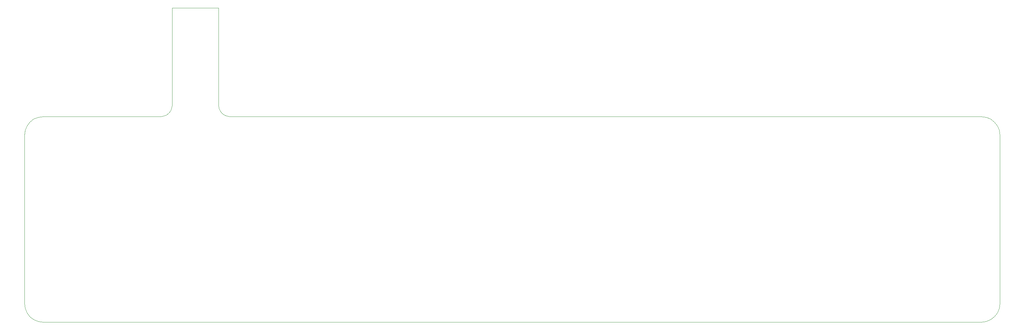
<source format=gbr>
%TF.GenerationSoftware,KiCad,Pcbnew,9.0.1*%
%TF.CreationDate,2025-11-14T12:31:05-06:00*%
%TF.ProjectId,OM-FlexGrid-Flex,4f4d2d46-6c65-4784-9772-69642d466c65,rev?*%
%TF.SameCoordinates,Original*%
%TF.FileFunction,Profile,NP*%
%FSLAX46Y46*%
G04 Gerber Fmt 4.6, Leading zero omitted, Abs format (unit mm)*
G04 Created by KiCad (PCBNEW 9.0.1) date 2025-11-14 12:31:05*
%MOMM*%
%LPD*%
G01*
G04 APERTURE LIST*
%TA.AperFunction,Profile*%
%ADD10C,0.003779*%
%TD*%
G04 APERTURE END LIST*
D10*
X69250000Y-79850000D02*
X69351997Y-80626001D01*
X69652000Y-81350000D01*
X70127998Y-81971000D01*
X70750000Y-82448000D01*
X71473000Y-82747999D01*
X72250000Y-82850000D01*
X81968990Y-82850000D01*
X147504986Y-82850000D01*
X272504986Y-82850000D01*
X273798977Y-83020000D01*
X275004970Y-83520000D01*
X276040981Y-84314001D01*
X276834987Y-85349998D01*
X277334987Y-86555999D01*
X277504970Y-87849998D01*
X277504970Y-132849994D01*
X277334987Y-134143993D01*
X276834987Y-135349994D01*
X276040981Y-136385990D01*
X275004970Y-137179996D01*
X273798977Y-137679996D01*
X272504986Y-137849994D01*
X147504986Y-137849994D01*
X81968990Y-137849994D01*
X22505001Y-137849994D01*
X21211002Y-137679996D01*
X20005001Y-137179996D01*
X18969005Y-136385990D01*
X18174999Y-135349994D01*
X17674999Y-134143993D01*
X17505001Y-132849994D01*
X17505001Y-95849998D01*
X17505001Y-87849998D01*
X17674999Y-86555999D01*
X18174999Y-85349998D01*
X18969005Y-84314001D01*
X20005001Y-83520000D01*
X21211002Y-83020000D01*
X22505001Y-82850000D01*
X49200996Y-82850000D01*
X53849998Y-82850000D01*
X54625999Y-82747999D01*
X55349999Y-82448000D01*
X55971001Y-81971000D01*
X56447998Y-81350000D01*
X56747993Y-80626001D01*
X56849998Y-79850000D01*
X56849998Y-53850002D01*
X60267525Y-53850002D01*
X69250000Y-53850002D01*
X69250000Y-79850000D01*
M02*

</source>
